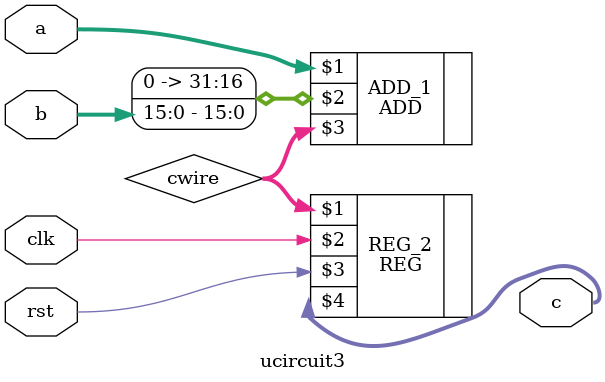
<source format=v>
`timescale 1ns / 1ps
module ucircuit3(a, b, c, clk, rst);

input [31:0] a;
input [15:0] b;
output [7:0] c;
wire [7:0] cwire;
input clk, rst;

ADD #(32) ADD_1(a,{16'b0,b},cwire);
REG #(8) REG_2(cwire,clk, rst, c);

endmodule

</source>
